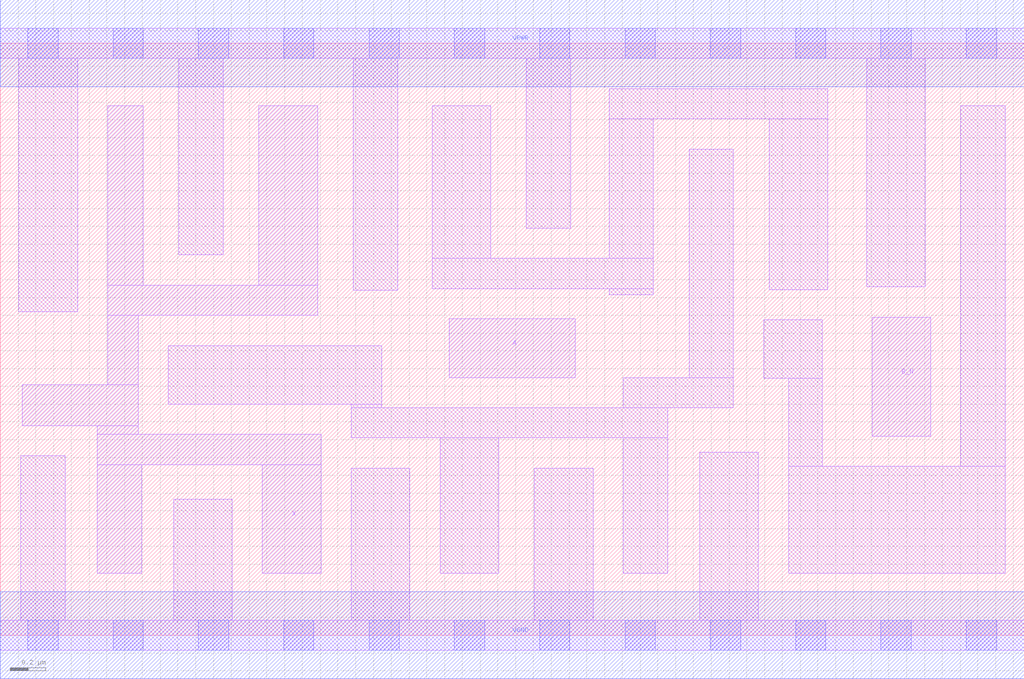
<source format=lef>
# Copyright 2020 The SkyWater PDK Authors
#
# Licensed under the Apache License, Version 2.0 (the "License");
# you may not use this file except in compliance with the License.
# You may obtain a copy of the License at
#
#     https://www.apache.org/licenses/LICENSE-2.0
#
# Unless required by applicable law or agreed to in writing, software
# distributed under the License is distributed on an "AS IS" BASIS,
# WITHOUT WARRANTIES OR CONDITIONS OF ANY KIND, either express or implied.
# See the License for the specific language governing permissions and
# limitations under the License.
#
# SPDX-License-Identifier: Apache-2.0

VERSION 5.5 ;
NAMESCASESENSITIVE ON ;
BUSBITCHARS "[]" ;
DIVIDERCHAR "/" ;
MACRO sky130_fd_sc_ls__or2b_4
  CLASS CORE ;
  SOURCE USER ;
  ORIGIN  0.000000  0.000000 ;
  SIZE  5.760000 BY  3.330000 ;
  SYMMETRY X Y ;
  SITE unit ;
  PIN A
    ANTENNAGATEAREA  0.492000 ;
    DIRECTION INPUT ;
    USE SIGNAL ;
    PORT
      LAYER li1 ;
        RECT 2.525000 1.450000 3.235000 1.780000 ;
    END
  END A
  PIN B_N
    ANTENNAGATEAREA  0.246000 ;
    DIRECTION INPUT ;
    USE SIGNAL ;
    PORT
      LAYER li1 ;
        RECT 4.905000 1.120000 5.235000 1.790000 ;
    END
  END B_N
  PIN X
    ANTENNADIFFAREA  1.104900 ;
    DIRECTION OUTPUT ;
    USE SIGNAL ;
    PORT
      LAYER li1 ;
        RECT 0.125000 1.180000 0.775000 1.410000 ;
        RECT 0.545000 0.350000 0.795000 0.960000 ;
        RECT 0.545000 0.960000 1.805000 1.130000 ;
        RECT 0.545000 1.130000 0.775000 1.180000 ;
        RECT 0.605000 1.410000 0.775000 1.800000 ;
        RECT 0.605000 1.800000 1.785000 1.970000 ;
        RECT 0.605000 1.970000 0.805000 2.980000 ;
        RECT 1.455000 1.970000 1.785000 2.980000 ;
        RECT 1.475000 0.350000 1.805000 0.960000 ;
    END
  END X
  PIN VGND
    DIRECTION INOUT ;
    SHAPE ABUTMENT ;
    USE GROUND ;
    PORT
      LAYER met1 ;
        RECT 0.000000 -0.245000 5.760000 0.245000 ;
    END
  END VGND
  PIN VNB
    DIRECTION INOUT ;
    USE GROUND ;
    PORT
    END
  END VNB
  PIN VPB
    DIRECTION INOUT ;
    USE POWER ;
    PORT
    END
  END VPB
  PIN VPWR
    DIRECTION INOUT ;
    SHAPE ABUTMENT ;
    USE POWER ;
    PORT
      LAYER met1 ;
        RECT 0.000000 3.085000 5.760000 3.575000 ;
    END
  END VPWR
  OBS
    LAYER li1 ;
      RECT 0.000000 -0.085000 5.760000 0.085000 ;
      RECT 0.000000  3.245000 5.760000 3.415000 ;
      RECT 0.105000  1.820000 0.435000 3.245000 ;
      RECT 0.115000  0.085000 0.365000 1.010000 ;
      RECT 0.945000  1.300000 2.145000 1.630000 ;
      RECT 0.975000  0.085000 1.305000 0.765000 ;
      RECT 1.005000  2.140000 1.255000 3.245000 ;
      RECT 1.975000  0.085000 2.305000 0.940000 ;
      RECT 1.975000  1.110000 3.755000 1.280000 ;
      RECT 1.975000  1.280000 2.145000 1.300000 ;
      RECT 1.985000  1.940000 2.235000 3.245000 ;
      RECT 2.430000  1.950000 3.675000 2.120000 ;
      RECT 2.430000  2.120000 2.760000 2.980000 ;
      RECT 2.475000  0.350000 2.805000 1.110000 ;
      RECT 2.960000  2.290000 3.210000 3.245000 ;
      RECT 3.005000  0.085000 3.335000 0.940000 ;
      RECT 3.425000  1.915000 3.675000 1.950000 ;
      RECT 3.425000  2.120000 3.675000 2.905000 ;
      RECT 3.425000  2.905000 4.655000 3.075000 ;
      RECT 3.505000  0.350000 3.755000 1.110000 ;
      RECT 3.505000  1.280000 4.125000 1.450000 ;
      RECT 3.875000  1.450000 4.125000 2.735000 ;
      RECT 3.935000  0.085000 4.265000 1.030000 ;
      RECT 4.295000  1.445000 4.625000 1.775000 ;
      RECT 4.325000  1.945000 4.655000 2.905000 ;
      RECT 4.435000  0.350000 5.655000 0.950000 ;
      RECT 4.435000  0.950000 4.625000 1.445000 ;
      RECT 4.875000  1.960000 5.205000 3.245000 ;
      RECT 5.405000  0.950000 5.655000 2.980000 ;
    LAYER mcon ;
      RECT 0.155000 -0.085000 0.325000 0.085000 ;
      RECT 0.155000  3.245000 0.325000 3.415000 ;
      RECT 0.635000 -0.085000 0.805000 0.085000 ;
      RECT 0.635000  3.245000 0.805000 3.415000 ;
      RECT 1.115000 -0.085000 1.285000 0.085000 ;
      RECT 1.115000  3.245000 1.285000 3.415000 ;
      RECT 1.595000 -0.085000 1.765000 0.085000 ;
      RECT 1.595000  3.245000 1.765000 3.415000 ;
      RECT 2.075000 -0.085000 2.245000 0.085000 ;
      RECT 2.075000  3.245000 2.245000 3.415000 ;
      RECT 2.555000 -0.085000 2.725000 0.085000 ;
      RECT 2.555000  3.245000 2.725000 3.415000 ;
      RECT 3.035000 -0.085000 3.205000 0.085000 ;
      RECT 3.035000  3.245000 3.205000 3.415000 ;
      RECT 3.515000 -0.085000 3.685000 0.085000 ;
      RECT 3.515000  3.245000 3.685000 3.415000 ;
      RECT 3.995000 -0.085000 4.165000 0.085000 ;
      RECT 3.995000  3.245000 4.165000 3.415000 ;
      RECT 4.475000 -0.085000 4.645000 0.085000 ;
      RECT 4.475000  3.245000 4.645000 3.415000 ;
      RECT 4.955000 -0.085000 5.125000 0.085000 ;
      RECT 4.955000  3.245000 5.125000 3.415000 ;
      RECT 5.435000 -0.085000 5.605000 0.085000 ;
      RECT 5.435000  3.245000 5.605000 3.415000 ;
  END
END sky130_fd_sc_ls__or2b_4
END LIBRARY

</source>
